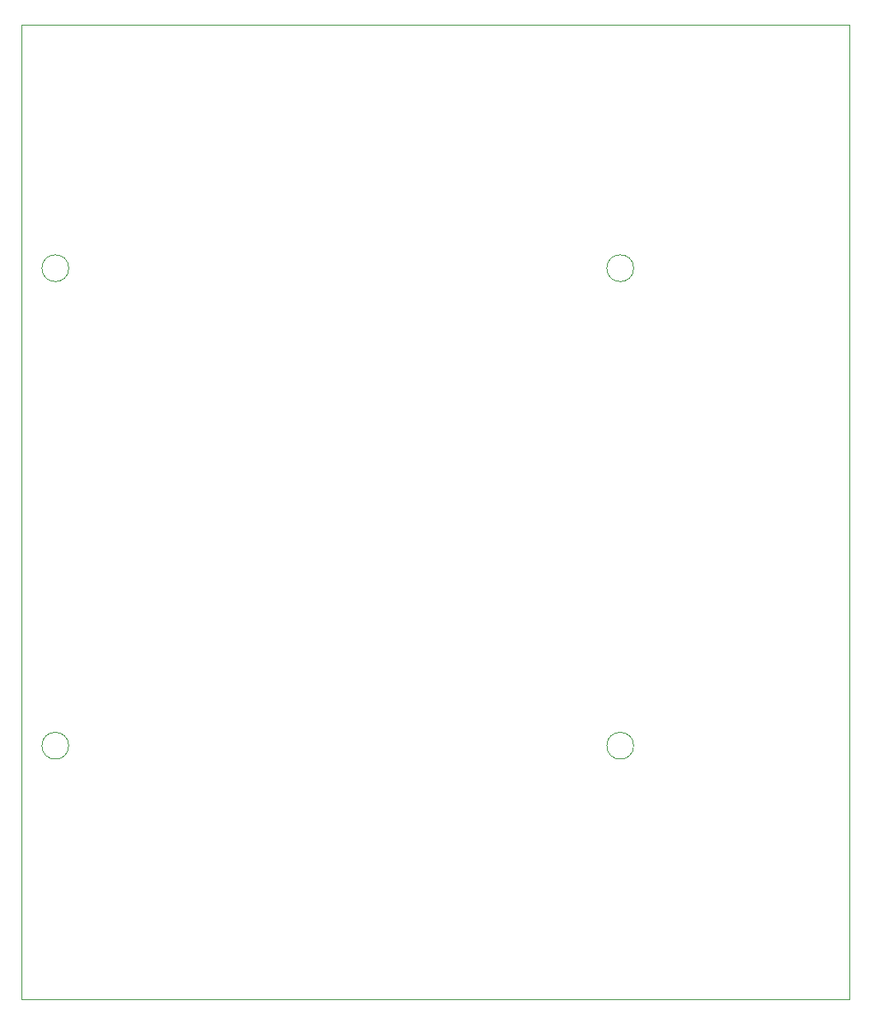
<source format=gm1>
%TF.GenerationSoftware,KiCad,Pcbnew,(6.0.7)*%
%TF.CreationDate,2022-12-07T20:31:12-06:00*%
%TF.ProjectId,Narwal_v1,4e617277-616c-45f7-9631-2e6b69636164,1*%
%TF.SameCoordinates,Original*%
%TF.FileFunction,Profile,NP*%
%FSLAX46Y46*%
G04 Gerber Fmt 4.6, Leading zero omitted, Abs format (unit mm)*
G04 Created by KiCad (PCBNEW (6.0.7)) date 2022-12-07 20:31:12*
%MOMM*%
%LPD*%
G01*
G04 APERTURE LIST*
%TA.AperFunction,Profile*%
%ADD10C,0.100000*%
%TD*%
%TA.AperFunction,Profile*%
%ADD11C,0.120000*%
%TD*%
G04 APERTURE END LIST*
D10*
X100000000Y-50000000D02*
X185000000Y-50000000D01*
X185000000Y-50000000D02*
X185000000Y-150000000D01*
X185000000Y-150000000D02*
X100000000Y-150000000D01*
X100000000Y-150000000D02*
X100000000Y-50000000D01*
D11*
X104875000Y-75000000D02*
G75*
G03*
X104875000Y-75000000I-1375000J0D01*
G01*
X104875000Y-124000000D02*
G75*
G03*
X104875000Y-124000000I-1375000J0D01*
G01*
X162875000Y-124000000D02*
G75*
G03*
X162875000Y-124000000I-1375000J0D01*
G01*
X162875000Y-75000000D02*
G75*
G03*
X162875000Y-75000000I-1375000J0D01*
G01*
M02*

</source>
